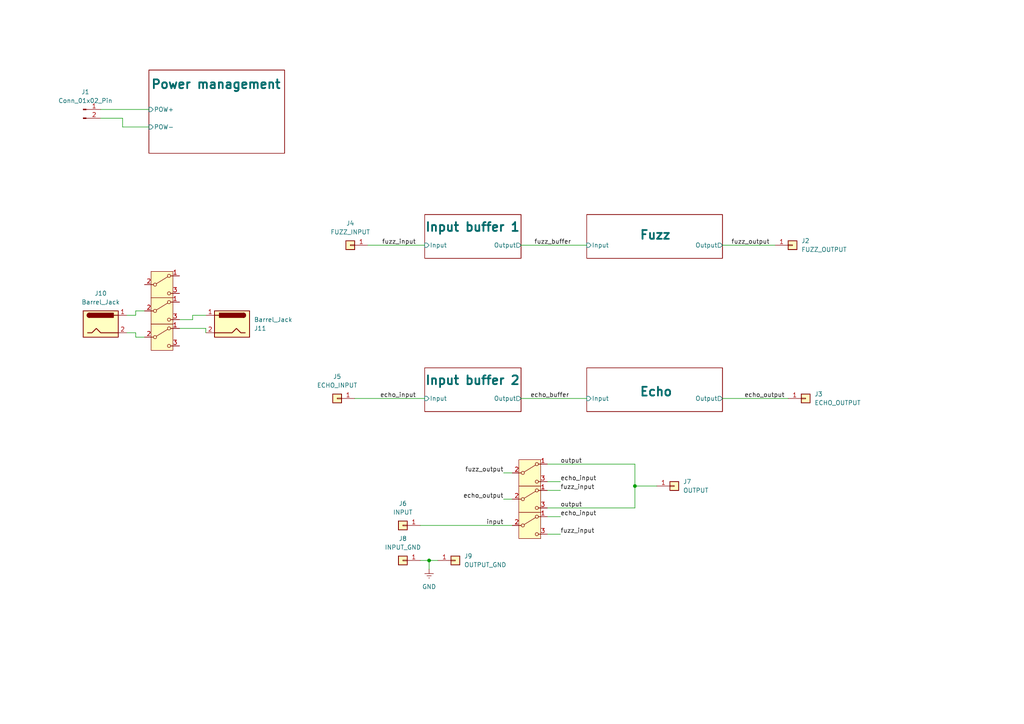
<source format=kicad_sch>
(kicad_sch (version 20250114) (generator "eeschema") (generator_version "9.0")
  (paper "A4")
  (lib_symbols
    (symbol "Connector:Barrel_Jack" (pin_names (offset 1.016))
      (property "Reference" "J" (at 0 5.334 0))
      (property "Value" "Barrel_Jack" (at 0 -5.08 0))
      (symbol "Barrel_Jack_0_1"
        (rectangle (start -5.08 3.81) (end 5.08 -3.81) (stroke (width 0.254)) (fill (type background)))
        (polyline (pts (xy -3.81 -2.54) (xy -2.54 -2.54) (xy -1.27 -1.27) (xy 0 -2.54) (xy 2.54 -2.54) (xy 5.08 -2.54)) (stroke (width 0.254)))
        (arc (start -3.302 1.905) (mid -3.9343 2.54) (end -3.302 3.175) (stroke (width 0.254)))
        (arc (start -3.302 1.905) (mid -3.9343 2.54) (end -3.302 3.175) (stroke (width 0.254)) (fill (type outline)))
        (rectangle (start 3.683 3.175) (end -3.302 1.905) (stroke (width 0.254)) (fill (type outline)))
        (polyline (pts (xy 5.08 2.54) (xy 3.81 2.54)) (stroke (width 0.254)))
      )
      (symbol "Barrel_Jack_1_1"
        (pin passive line (at 7.62 2.54 180) (length 2.54) (name "~") (number "1"))
        (pin passive line (at 7.62 -2.54 180) (length 2.54) (name "~") (number "2"))
      )
    )
    (symbol "Connector:Conn_01x02_Pin" (pin_names (offset 1.016) (hide yes))
      (property "Reference" "J" (at 0 2.54 0))
      (property "Value" "Conn_01x02_Pin" (at 0 -5.08 0))
      (symbol "Conn_01x02_Pin_1_1"
        (rectangle (start 0.8636 0.127) (end 0 -0.127) (stroke (width 0.1524)) (fill (type outline)))
        (rectangle (start 0.8636 -2.413) (end 0 -2.667) (stroke (width 0.1524)) (fill (type outline)))
        (polyline (pts (xy 1.27 0) (xy 0.8636 0)) (stroke (width 0.1524)))
        (polyline (pts (xy 1.27 -2.54) (xy 0.8636 -2.54)) (stroke (width 0.1524)))
        (pin passive line (at 5.08 0 180) (length 3.81) (name "Pin_1") (number "1"))
        (pin passive line (at 5.08 -2.54 180) (length 3.81) (name "Pin_2") (number "2"))
      )
    )
    (symbol "Connector_Generic:Conn_01x01" (pin_names (offset 1.016) (hide yes))
      (property "Reference" "J" (at 0 2.54 0))
      (property "Value" "Conn_01x01" (at 0 -2.54 0))
      (symbol "Conn_01x01_1_1"
        (rectangle (start -1.27 1.27) (end 1.27 -1.27) (stroke (width 0.254)) (fill (type background)))
        (rectangle (start -1.27 0.127) (end 0 -0.127) (stroke (width 0.1524)))
        (pin passive line (at -5.08 0 0) (length 3.81) (name "Pin_1") (number "1"))
      )
    )
    (symbol "Switch:SW_SPDT" (pin_names (offset 0) (hide yes))
      (property "Reference" "SW" (at 0 5.08 0))
      (property "Value" "SW_SPDT" (at 0 -5.08 0))
      (symbol "SW_SPDT_0_1"
        (circle (center -2.032 0) (radius 0.4572))
        (polyline (pts (xy -1.651 0.254) (xy 1.651 2.286)))
        (circle (center 2.032 2.54) (radius 0.4572))
        (circle (center 2.032 -2.54) (radius 0.4572))
      )
      (symbol "SW_SPDT_1_1"
        (rectangle (start -3.175 3.81) (end 3.175 -3.81) (fill (type background)))
        (pin passive line (at -5.08 0 0) (length 2.54) (name "B") (number "2"))
        (pin passive line (at 5.08 2.54 180) (length 2.54) (name "A") (number "1"))
        (pin passive line (at 5.08 -2.54 180) (length 2.54) (name "C") (number "3"))
      )
    )
    (symbol "power:Earth" (power) (pin_numbers (hide yes)) (pin_names (offset 0) (hide yes))
      (property "Value" "Earth" (at 0 -3.81 0))
      (symbol "Earth_0_1"
        (polyline (pts (xy -0.635 -1.905) (xy 0.635 -1.905)))
        (polyline (pts (xy -0.127 -2.54) (xy 0.127 -2.54)))
        (polyline (pts (xy 0 -1.27) (xy 0 0)))
        (polyline (pts (xy 1.27 -1.27) (xy -1.27 -1.27)))
      )
      (symbol "Earth_1_1"
        (pin power_in line (at 0 0 270) (length 0) (name "~") (number "1"))
      )
    )
  )
  (junction (at 184.15 140.97))
  (junction (at 124.46 162.56))
  (wire (pts (xy 158.75 134.62) (xy 184.15 134.62)))
  (wire (pts (xy 36.83 91.44) (xy 39.37 91.44)))
  (wire (pts (xy 124.46 162.56) (xy 127 162.56)))
  (wire (pts (xy 151.13 71.12) (xy 170.18 71.12)))
  (wire (pts (xy 146.05 137.16) (xy 148.59 137.16)))
  (wire (pts (xy 36.83 96.52) (xy 39.37 96.52)))
  (wire (pts (xy 209.55 71.12) (xy 224.79 71.12)))
  (wire (pts (xy 162.56 142.24) (xy 158.75 142.24)))
  (wire (pts (xy 29.21 31.75) (xy 43.18 31.75)))
  (wire (pts (xy 162.56 149.86) (xy 158.75 149.86)))
  (wire (pts (xy 39.37 91.44) (xy 39.37 90.17)))
  (wire (pts (xy 184.15 140.97) (xy 184.15 134.62)))
  (wire (pts (xy 59.69 95.25) (xy 59.69 96.52)))
  (wire (pts (xy 39.37 90.17) (xy 41.91 90.17)))
  (wire (pts (xy 184.15 140.97) (xy 184.15 147.32)))
  (wire (pts (xy 52.07 92.71) (xy 55.88 92.71)))
  (wire (pts (xy 35.56 34.29) (xy 35.56 36.83)))
  (wire (pts (xy 158.75 147.32) (xy 184.15 147.32)))
  (wire (pts (xy 121.92 152.4) (xy 148.59 152.4)))
  (wire (pts (xy 124.46 165.1) (xy 124.46 162.56)))
  (wire (pts (xy 162.56 154.94) (xy 158.75 154.94)))
  (wire (pts (xy 39.37 97.79) (xy 41.91 97.79)))
  (wire (pts (xy 35.56 36.83) (xy 43.18 36.83)))
  (wire (pts (xy 190.5 140.97) (xy 184.15 140.97)))
  (wire (pts (xy 121.92 162.56) (xy 124.46 162.56)))
  (wire (pts (xy 39.37 96.52) (xy 39.37 97.79)))
  (wire (pts (xy 29.21 34.29) (xy 35.56 34.29)))
  (wire (pts (xy 151.13 115.57) (xy 170.18 115.57)))
  (wire (pts (xy 55.88 91.44) (xy 59.69 91.44)))
  (wire (pts (xy 55.88 92.71) (xy 55.88 91.44)))
  (wire (pts (xy 146.05 144.78) (xy 148.59 144.78)))
  (wire (pts (xy 162.56 139.7) (xy 158.75 139.7)))
  (wire (pts (xy 102.87 115.57) (xy 123.19 115.57)))
  (wire (pts (xy 209.55 115.57) (xy 228.6 115.57)))
  (wire (pts (xy 106.68 71.12) (xy 123.19 71.12)))
  (wire (pts (xy 52.07 95.25) (xy 59.69 95.25)))
  (label "echo_buffer" (at 165.1 115.57 180))
  (label "echo_output" (at 215.9 115.57 0))
  (label "echo_input" (at 120.65 115.57 180))
  (label "fuzz_output" (at 212.09 71.12 0))
  (label "echo_output" (at 146.05 144.78 180))
  (label "echo_input" (at 162.56 139.7 0))
  (label "fuzz_input" (at 120.65 71.12 180))
  (label "fuzz_input" (at 162.56 154.94 0))
  (label "fuzz_output" (at 146.05 137.16 180))
  (label "input" (at 146.05 152.4 180))
  (label "fuzz_buffer" (at 154.94 71.12 0))
  (label "fuzz_input" (at 162.56 142.24 0))
  (label "output" (at 162.56 134.62 0))
  (label "echo_input" (at 162.56 149.86 0))
  (label "output" (at 162.56 147.32 0))
  (symbol (lib_id "Connector_Generic:Conn_01x01") (at 101.6 71.12 0) (mirror y) (unit 1)
    (property "Reference" "J4" (at 101.6 64.77 0))
    (property "Value" "FUZZ_INPUT" (at 101.6 67.31 0))
    (property "Footprint" "TestPoint:TestPoint_THTPad_D2.0mm_Drill1.0mm" (effects (hide yes)))
    (property "Description" "Generic connector, single row, 01x01, script generated (kicad-library-utils/schlib/autogen/connector/)" (effects (hide yes)))
  )
  (symbol (lib_id "power:Earth") (at 124.46 165.1 0) (unit 1)
    (property "Reference" "#PWR024" (effects (hide yes)))
    (property "Value" "GND" (at 124.46 170.18 0))
    (property "Description" "Power symbol creates a global label with name \"Earth\"" (effects (hide yes)))
  )
  (symbol (lib_id "Connector:Barrel_Jack") (at 29.21 93.98 0) (unit 1)
    (property "Reference" "J10" (at 29.21 85.09 0))
    (property "Value" "Barrel_Jack" (at 29.21 87.63 0))
    (property "Description" "DC Barrel Jack" (effects (hide yes)))
  )
  (symbol (lib_id "Switch:SW_SPDT") (at 153.67 144.78 0) (unit 1)
    (property "Reference" "SW2" (effects (hide yes)))
    (property "Value" "SW_SPDT" (effects (hide yes)))
    (property "Description" "Switch, single pole double throw" (effects (hide yes)))
  )
  (symbol (lib_id "Connector_Generic:Conn_01x01") (at 229.87 71.12 0) (unit 1)
    (property "Reference" "J2" (at 232.41 69.8499 0) (effects (justify left)))
    (property "Value" "FUZZ_OUTPUT" (at 232.41 72.3899 0) (effects (justify left)))
    (property "Footprint" "TestPoint:TestPoint_THTPad_D2.0mm_Drill1.0mm" (effects (hide yes)))
    (property "Description" "Generic connector, single row, 01x01, script generated (kicad-library-utils/schlib/autogen/connector/)" (effects (hide yes)))
  )
  (symbol (lib_id "Switch:SW_SPDT") (at 46.99 82.55 0) (unit 1)
    (property "Reference" "SW4" (effects (hide yes)))
    (property "Value" "SW_SPDT" (effects (hide yes)))
    (property "Description" "Switch, single pole double throw" (effects (hide yes)))
  )
  (symbol (lib_id "Connector_Generic:Conn_01x01") (at 233.68 115.57 0) (unit 1)
    (property "Reference" "J3" (at 236.22 114.2999 0) (effects (justify left)))
    (property "Value" "ECHO_OUTPUT" (at 236.22 116.8399 0) (effects (justify left)))
    (property "Footprint" "TestPoint:TestPoint_THTPad_D2.0mm_Drill1.0mm" (effects (hide yes)))
    (property "Description" "Generic connector, single row, 01x01, script generated (kicad-library-utils/schlib/autogen/connector/)" (effects (hide yes)))
  )
  (symbol (lib_id "Switch:SW_SPDT") (at 153.67 152.4 0) (unit 1)
    (property "Reference" "SW3" (effects (hide yes)))
    (property "Value" "SW_SPDT" (effects (hide yes)))
    (property "Description" "Switch, single pole double throw" (effects (hide yes)))
  )
  (symbol (lib_id "Connector_Generic:Conn_01x01") (at 116.84 162.56 0) (mirror y) (unit 1)
    (property "Reference" "J8" (at 116.84 156.21 0))
    (property "Value" "INPUT_GND" (at 116.84 158.75 0))
    (property "Footprint" "TestPoint:TestPoint_THTPad_D2.0mm_Drill1.0mm" (effects (hide yes)))
    (property "Description" "Generic connector, single row, 01x01, script generated (kicad-library-utils/schlib/autogen/connector/)" (effects (hide yes)))
  )
  (symbol (lib_id "Connector:Barrel_Jack") (at 67.31 93.98 0) (mirror y) (unit 1)
    (property "Reference" "J11" (at 73.66 95.2501 0) (effects (justify right)))
    (property "Value" "Barrel_Jack" (at 73.66 92.7101 0) (effects (justify right)))
    (property "Description" "DC Barrel Jack" (effects (hide yes)))
  )
  (symbol (lib_id "Connector_Generic:Conn_01x01") (at 195.58 140.97 0) (unit 1)
    (property "Reference" "J7" (at 198.12 139.6999 0) (effects (justify left)))
    (property "Value" "OUTPUT" (at 198.12 142.2399 0) (effects (justify left)))
    (property "Footprint" "TestPoint:TestPoint_THTPad_D2.0mm_Drill1.0mm" (effects (hide yes)))
    (property "Description" "Generic connector, single row, 01x01, script generated (kicad-library-utils/schlib/autogen/connector/)" (effects (hide yes)))
  )
  (symbol (lib_id "Connector_Generic:Conn_01x01") (at 116.84 152.4 0) (mirror y) (unit 1)
    (property "Reference" "J6" (at 116.84 146.05 0))
    (property "Value" "INPUT" (at 116.84 148.59 0))
    (property "Footprint" "TestPoint:TestPoint_THTPad_D2.0mm_Drill1.0mm" (effects (hide yes)))
    (property "Description" "Generic connector, single row, 01x01, script generated (kicad-library-utils/schlib/autogen/connector/)" (effects (hide yes)))
  )
  (symbol (lib_id "Connector_Generic:Conn_01x01") (at 132.08 162.56 0) (unit 1)
    (property "Reference" "J9" (at 134.62 161.2899 0) (effects (justify left)))
    (property "Value" "OUTPUT_GND" (at 134.62 163.8299 0) (effects (justify left)))
    (property "Footprint" "TestPoint:TestPoint_THTPad_D2.0mm_Drill1.0mm" (effects (hide yes)))
    (property "Description" "Generic connector, single row, 01x01, script generated (kicad-library-utils/schlib/autogen/connector/)" (effects (hide yes)))
  )
  (symbol (lib_id "Switch:SW_SPDT") (at 153.67 137.16 0) (unit 1)
    (property "Reference" "SW1" (effects (hide yes)))
    (property "Value" "SW_SPDT" (effects (hide yes)))
    (property "Description" "Switch, single pole double throw" (effects (hide yes)))
  )
  (symbol (lib_id "Connector:Conn_01x02_Pin") (at 24.13 31.75 0) (unit 1)
    (property "Reference" "J1" (at 24.765 26.67 0))
    (property "Value" "Conn_01x02_Pin" (at 24.765 29.21 0))
    (property "Footprint" "Connector_Phoenix_MSTB:PhoenixContact_MSTBVA_2,5_2-G_1x02_P5.00mm_Vertical" (effects (hide yes)))
    (property "Description" "Generic connector, single row, 01x02, script generated" (effects (hide yes)))
  )
  (symbol (lib_id "Connector_Generic:Conn_01x01") (at 97.79 115.57 0) (mirror y) (unit 1)
    (property "Reference" "J5" (at 97.79 109.22 0))
    (property "Value" "ECHO_INPUT" (at 97.79 111.76 0))
    (property "Footprint" "TestPoint:TestPoint_THTPad_D2.0mm_Drill1.0mm" (effects (hide yes)))
    (property "Description" "Generic connector, single row, 01x01, script generated (kicad-library-utils/schlib/autogen/connector/)" (effects (hide yes)))
  )
  (symbol (lib_id "Switch:SW_SPDT") (at 46.99 90.17 0) (unit 1)
    (property "Reference" "SW5" (effects (hide yes)))
    (property "Value" "SW_SPDT" (effects (hide yes)))
    (property "Description" "Switch, single pole double throw" (effects (hide yes)))
  )
  (symbol (lib_id "Switch:SW_SPDT") (at 46.99 97.79 0) (unit 1)
    (property "Reference" "SW6" (effects (hide yes)))
    (property "Value" "SW_SPDT" (effects (hide yes)))
    (property "Description" "Switch, single pole double throw" (effects (hide yes)))
  )
  (sheet (at 123.19 106.68) (size 27.94 12.7) (stroke (width 0.1524))
    (property "Sheetname" "Input buffer 2" (at 123.19 111.76 0) (effects (font (size 2.54 2.54) (bold yes)) (justify left bottom)))
    (property "Sheetfile" "buffer.kicad_sch" (effects (hide yes)))
    (pin "Output" output (at 151.13 115.57 0))
    (pin "Input" input (at 123.19 115.57 180))
  )
  (sheet (at 170.18 106.68) (size 39.37 12.7) (stroke (width 0.1524))
    (property "Sheetname" "Echo" (at 185.42 115.062 0) (effects (font (size 2.54 2.54) (thickness 0.508) (bold yes)) (justify left bottom)))
    (property "Sheetfile" "echo.kicad_sch" (effects (hide yes)))
    (pin "Output" output (at 209.55 115.57 0))
    (pin "Input" input (at 170.18 115.57 180))
  )
  (sheet (at 123.19 62.23) (size 27.94 12.7) (stroke (width 0.1524))
    (property "Sheetname" "Input buffer 1" (at 123.19 67.31 0) (effects (font (size 2.54 2.54) (bold yes)) (justify left bottom)))
    (property "Sheetfile" "buffer.kicad_sch" (effects (hide yes)))
    (pin "Output" output (at 151.13 71.12 0))
    (pin "Input" input (at 123.19 71.12 180))
  )
  (sheet (at 43.18 20.32) (size 39.37 24.13) (stroke (width 0.1524))
    (property "Sheetname" "Power management" (at 43.688 25.908 0) (effects (font (size 2.54 2.54) (thickness 0.508) (bold yes)) (justify left bottom)))
    (property "Sheetfile" "pow.kicad_sch" (effects (hide yes)))
    (pin "POW-" input (at 43.18 36.83 180))
    (pin "POW+" input (at 43.18 31.75 180))
  )
  (sheet (at 170.18 62.23) (size 39.37 12.7) (stroke (width 0.1524))
    (property "Sheetname" "Fuzz" (at 185.42 69.596 0) (effects (font (size 2.54 2.54) (thickness 0.508) (bold yes)) (justify left bottom)))
    (property "Sheetfile" "fuzz.kicad_sch" (effects (hide yes)))
    (pin "Input" input (at 170.18 71.12 180))
    (pin "Output" output (at 209.55 71.12 0))
  )
)
</source>
